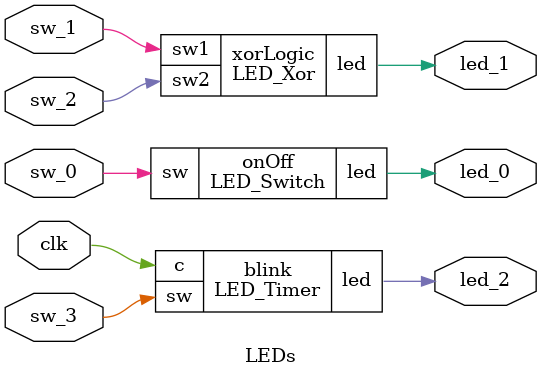
<source format=v>
`timescale 1ns / 1ps

module LED_Switch(
	output led,
	input sw
	);

	assign led = sw;

endmodule

module LED_Xor(
	output led,
	input sw1, sw2
	);

	// led = sw1 XOR sw2
	assign led = (sw1 ^ sw2);
	 
endmodule

module LED_Timer(
	output led,
	input sw, c
	);
	
	reg [25:0] counter;
	reg [0:0] on = 0;
	
	always @(posedge c)
	begin
		if (counter < 25000000)
			counter <= counter + 1;
		else
		begin
			counter <= 0;
			on = ~on;
		end
	end

	// led = on AND sw
	assign led = (on & sw);
	 
endmodule

module LEDs(
	output led_0, led_1, led_2,
	input sw_0, sw_1, sw_2, sw_3,
	input clk
	);
	
	LED_Switch onOff(.led(led_0), .sw(sw_0));
	LED_Xor xorLogic(.led(led_1), .sw1(sw_1), .sw2(sw_2));
	LED_Timer blink(.led(led_2), .sw(sw_3), .c(clk));
	
endmodule

</source>
